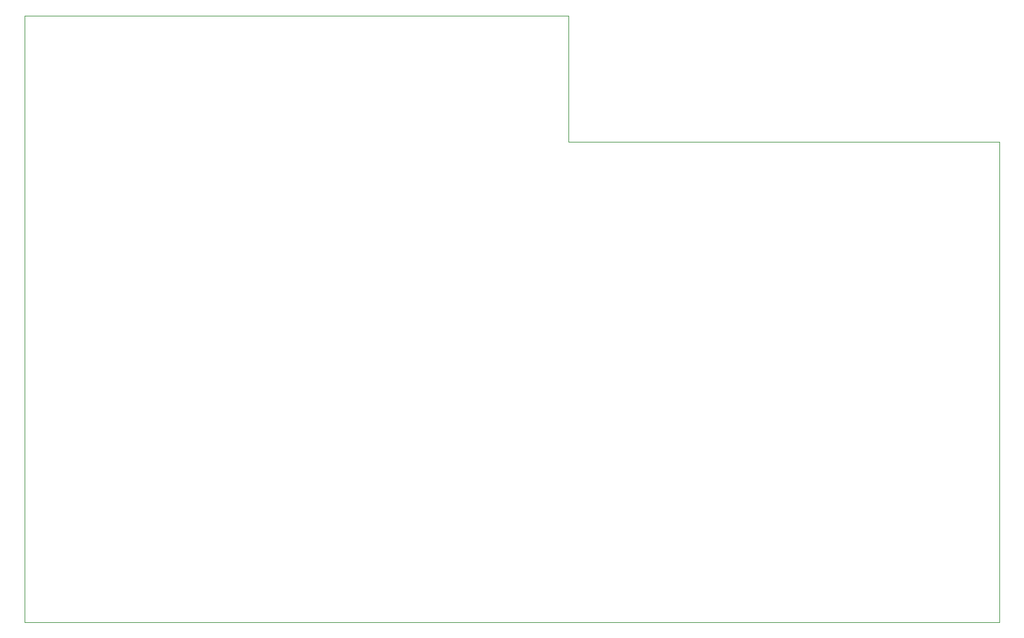
<source format=gm1>
G04 #@! TF.GenerationSoftware,KiCad,Pcbnew,6.0.11*
G04 #@! TF.CreationDate,2024-07-27T16:02:48-05:00*
G04 #@! TF.ProjectId,minidexed,6d696e69-6465-4786-9564-2e6b69636164,rev?*
G04 #@! TF.SameCoordinates,Original*
G04 #@! TF.FileFunction,Profile,NP*
%FSLAX46Y46*%
G04 Gerber Fmt 4.6, Leading zero omitted, Abs format (unit mm)*
G04 Created by KiCad (PCBNEW 6.0.11) date 2024-07-27 16:02:48*
%MOMM*%
%LPD*%
G01*
G04 APERTURE LIST*
G04 #@! TA.AperFunction,Profile*
%ADD10C,0.100000*%
G04 #@! TD*
G04 APERTURE END LIST*
D10*
X225250000Y-76000000D02*
X225250000Y-140500000D01*
X94500000Y-140500000D02*
X94500000Y-59000000D01*
X167500000Y-76000000D02*
X225250000Y-76000000D01*
X225250000Y-140500000D02*
X94500000Y-140500000D01*
X94500000Y-59000000D02*
X167500000Y-59000000D01*
X167500000Y-59000000D02*
X167500000Y-76000000D01*
M02*

</source>
